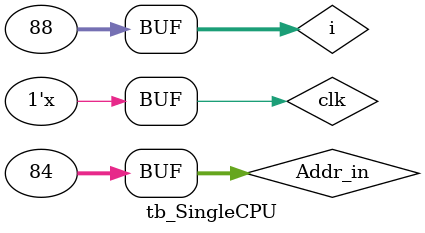
<source format=v>
module tb_SingleCPU;
reg [31:0] Addr_in;
reg clk;
wire [31:0] Addr_o;

integer i;

SingleCPU uut(
    Addr_in,
    clk,
    Addr_o
);

initial begin
    i <= 0;
    clk <= 0;
    #10
    clk <= !clk;
    for(i=0;i<88;i=i+4)begin
        #10
        clk <= !clk;
        #10
        clk <= !clk;
        Addr_in <= i;
    end

end

endmodule
</source>
